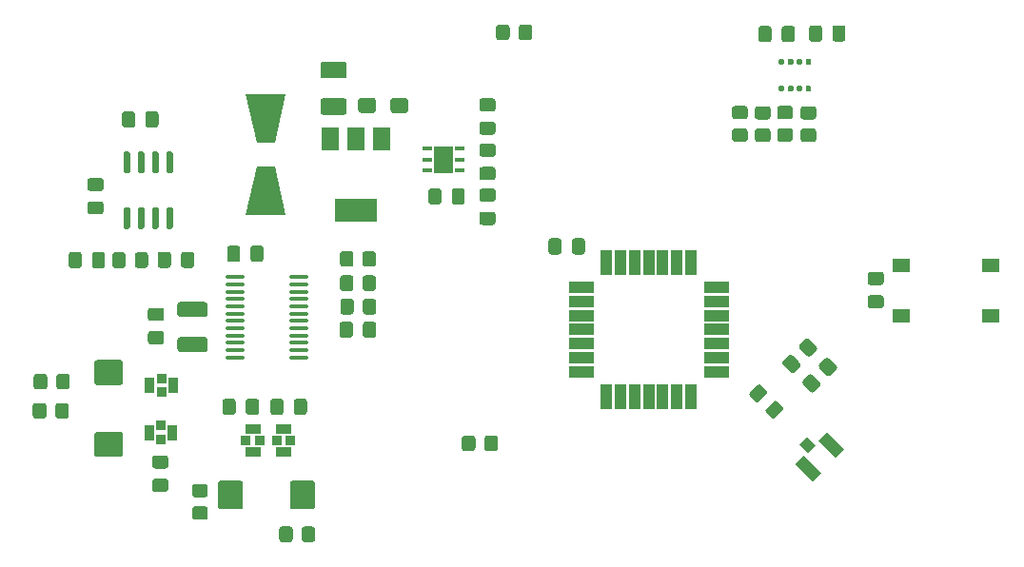
<source format=gbr>
%TF.GenerationSoftware,KiCad,Pcbnew,5.1.9+dfsg1-1*%
%TF.CreationDate,2022-01-11T16:25:16+01:00*%
%TF.ProjectId,wheather_board_v1 ,77686561-7468-4657-925f-626f6172645f,rev?*%
%TF.SameCoordinates,Original*%
%TF.FileFunction,Paste,Top*%
%TF.FilePolarity,Positive*%
%FSLAX46Y46*%
G04 Gerber Fmt 4.6, Leading zero omitted, Abs format (unit mm)*
G04 Created by KiCad (PCBNEW 5.1.9+dfsg1-1) date 2022-01-11 16:25:16*
%MOMM*%
%LPD*%
G01*
G04 APERTURE LIST*
%ADD10R,1.550000X1.300000*%
%ADD11R,1.752600X2.489200*%
%ADD12R,0.807999X0.407200*%
%ADD13R,3.800000X2.000000*%
%ADD14R,1.500000X2.000000*%
%ADD15C,0.100000*%
%ADD16R,0.812800X0.812800*%
%ADD17R,1.346200X0.863600*%
%ADD18R,0.863600X1.346200*%
%ADD19O,1.699999X0.349999*%
%ADD20R,2.300000X1.000000*%
%ADD21R,1.000000X2.300000*%
G04 APERTURE END LIST*
D10*
%TO.C,SW1*%
X190001800Y-93806400D03*
X190001800Y-89306400D03*
X182041800Y-89306400D03*
X182041800Y-93806400D03*
%TD*%
%TO.C,C25*%
G36*
G01*
X121227600Y-110778401D02*
X121227600Y-108728399D01*
G75*
G02*
X121477599Y-108478400I249999J0D01*
G01*
X123227601Y-108478400D01*
G75*
G02*
X123477600Y-108728399I0J-249999D01*
G01*
X123477600Y-110778401D01*
G75*
G02*
X123227601Y-111028400I-249999J0D01*
G01*
X121477599Y-111028400D01*
G75*
G02*
X121227600Y-110778401I0J249999D01*
G01*
G37*
G36*
G01*
X127627600Y-110778401D02*
X127627600Y-108728399D01*
G75*
G02*
X127877599Y-108478400I249999J0D01*
G01*
X129627601Y-108478400D01*
G75*
G02*
X129877600Y-108728399I0J-249999D01*
G01*
X129877600Y-110778401D01*
G75*
G02*
X129627601Y-111028400I-249999J0D01*
G01*
X127877599Y-111028400D01*
G75*
G02*
X127627600Y-110778401I0J249999D01*
G01*
G37*
%TD*%
%TO.C,C22*%
G36*
G01*
X110480999Y-104131800D02*
X112531001Y-104131800D01*
G75*
G02*
X112781000Y-104381799I0J-249999D01*
G01*
X112781000Y-106131801D01*
G75*
G02*
X112531001Y-106381800I-249999J0D01*
G01*
X110480999Y-106381800D01*
G75*
G02*
X110231000Y-106131801I0J249999D01*
G01*
X110231000Y-104381799D01*
G75*
G02*
X110480999Y-104131800I249999J0D01*
G01*
G37*
G36*
G01*
X110480999Y-97731800D02*
X112531001Y-97731800D01*
G75*
G02*
X112781000Y-97981799I0J-249999D01*
G01*
X112781000Y-99731801D01*
G75*
G02*
X112531001Y-99981800I-249999J0D01*
G01*
X110480999Y-99981800D01*
G75*
G02*
X110231000Y-99731801I0J249999D01*
G01*
X110231000Y-97981799D01*
G75*
G02*
X110480999Y-97731800I249999J0D01*
G01*
G37*
%TD*%
%TO.C,R14*%
G36*
G01*
X146142000Y-104705999D02*
X146142000Y-105606001D01*
G75*
G02*
X145892001Y-105856000I-249999J0D01*
G01*
X145191999Y-105856000D01*
G75*
G02*
X144942000Y-105606001I0J249999D01*
G01*
X144942000Y-104705999D01*
G75*
G02*
X145191999Y-104456000I249999J0D01*
G01*
X145892001Y-104456000D01*
G75*
G02*
X146142000Y-104705999I0J-249999D01*
G01*
G37*
G36*
G01*
X144142000Y-104705999D02*
X144142000Y-105606001D01*
G75*
G02*
X143892001Y-105856000I-249999J0D01*
G01*
X143191999Y-105856000D01*
G75*
G02*
X142942000Y-105606001I0J249999D01*
G01*
X142942000Y-104705999D01*
G75*
G02*
X143191999Y-104456000I249999J0D01*
G01*
X143892001Y-104456000D01*
G75*
G02*
X144142000Y-104705999I0J-249999D01*
G01*
G37*
%TD*%
D11*
%TO.C,U4*%
X141300200Y-79883000D03*
D12*
X142745600Y-78932999D03*
X142745600Y-79883000D03*
X142745600Y-80833001D03*
X139854800Y-80833001D03*
X139854800Y-79883000D03*
X139854800Y-78932999D03*
%TD*%
%TO.C,U5*%
G36*
G01*
X116791600Y-79176200D02*
X117091600Y-79176200D01*
G75*
G02*
X117241600Y-79326200I0J-150000D01*
G01*
X117241600Y-80976200D01*
G75*
G02*
X117091600Y-81126200I-150000J0D01*
G01*
X116791600Y-81126200D01*
G75*
G02*
X116641600Y-80976200I0J150000D01*
G01*
X116641600Y-79326200D01*
G75*
G02*
X116791600Y-79176200I150000J0D01*
G01*
G37*
G36*
G01*
X115521600Y-79176200D02*
X115821600Y-79176200D01*
G75*
G02*
X115971600Y-79326200I0J-150000D01*
G01*
X115971600Y-80976200D01*
G75*
G02*
X115821600Y-81126200I-150000J0D01*
G01*
X115521600Y-81126200D01*
G75*
G02*
X115371600Y-80976200I0J150000D01*
G01*
X115371600Y-79326200D01*
G75*
G02*
X115521600Y-79176200I150000J0D01*
G01*
G37*
G36*
G01*
X114251600Y-79176200D02*
X114551600Y-79176200D01*
G75*
G02*
X114701600Y-79326200I0J-150000D01*
G01*
X114701600Y-80976200D01*
G75*
G02*
X114551600Y-81126200I-150000J0D01*
G01*
X114251600Y-81126200D01*
G75*
G02*
X114101600Y-80976200I0J150000D01*
G01*
X114101600Y-79326200D01*
G75*
G02*
X114251600Y-79176200I150000J0D01*
G01*
G37*
G36*
G01*
X112981600Y-79176200D02*
X113281600Y-79176200D01*
G75*
G02*
X113431600Y-79326200I0J-150000D01*
G01*
X113431600Y-80976200D01*
G75*
G02*
X113281600Y-81126200I-150000J0D01*
G01*
X112981600Y-81126200D01*
G75*
G02*
X112831600Y-80976200I0J150000D01*
G01*
X112831600Y-79326200D01*
G75*
G02*
X112981600Y-79176200I150000J0D01*
G01*
G37*
G36*
G01*
X112981600Y-84126200D02*
X113281600Y-84126200D01*
G75*
G02*
X113431600Y-84276200I0J-150000D01*
G01*
X113431600Y-85926200D01*
G75*
G02*
X113281600Y-86076200I-150000J0D01*
G01*
X112981600Y-86076200D01*
G75*
G02*
X112831600Y-85926200I0J150000D01*
G01*
X112831600Y-84276200D01*
G75*
G02*
X112981600Y-84126200I150000J0D01*
G01*
G37*
G36*
G01*
X114251600Y-84126200D02*
X114551600Y-84126200D01*
G75*
G02*
X114701600Y-84276200I0J-150000D01*
G01*
X114701600Y-85926200D01*
G75*
G02*
X114551600Y-86076200I-150000J0D01*
G01*
X114251600Y-86076200D01*
G75*
G02*
X114101600Y-85926200I0J150000D01*
G01*
X114101600Y-84276200D01*
G75*
G02*
X114251600Y-84126200I150000J0D01*
G01*
G37*
G36*
G01*
X115521600Y-84126200D02*
X115821600Y-84126200D01*
G75*
G02*
X115971600Y-84276200I0J-150000D01*
G01*
X115971600Y-85926200D01*
G75*
G02*
X115821600Y-86076200I-150000J0D01*
G01*
X115521600Y-86076200D01*
G75*
G02*
X115371600Y-85926200I0J150000D01*
G01*
X115371600Y-84276200D01*
G75*
G02*
X115521600Y-84126200I150000J0D01*
G01*
G37*
G36*
G01*
X116791600Y-84126200D02*
X117091600Y-84126200D01*
G75*
G02*
X117241600Y-84276200I0J-150000D01*
G01*
X117241600Y-85926200D01*
G75*
G02*
X117091600Y-86076200I-150000J0D01*
G01*
X116791600Y-86076200D01*
G75*
G02*
X116641600Y-85926200I0J150000D01*
G01*
X116641600Y-84276200D01*
G75*
G02*
X116791600Y-84126200I150000J0D01*
G01*
G37*
%TD*%
%TO.C,U2*%
G36*
G01*
X174017600Y-73440000D02*
X174017600Y-73715000D01*
G75*
G02*
X173892600Y-73840000I-125000J0D01*
G01*
X173642600Y-73840000D01*
G75*
G02*
X173517600Y-73715000I0J125000D01*
G01*
X173517600Y-73440000D01*
G75*
G02*
X173642600Y-73315000I125000J0D01*
G01*
X173892600Y-73315000D01*
G75*
G02*
X174017600Y-73440000I0J-125000D01*
G01*
G37*
G36*
G01*
X173217600Y-73440000D02*
X173217600Y-73715000D01*
G75*
G02*
X173092600Y-73840000I-125000J0D01*
G01*
X172842600Y-73840000D01*
G75*
G02*
X172717600Y-73715000I0J125000D01*
G01*
X172717600Y-73440000D01*
G75*
G02*
X172842600Y-73315000I125000J0D01*
G01*
X173092600Y-73315000D01*
G75*
G02*
X173217600Y-73440000I0J-125000D01*
G01*
G37*
G36*
G01*
X172417600Y-73440000D02*
X172417600Y-73715000D01*
G75*
G02*
X172292600Y-73840000I-125000J0D01*
G01*
X172042600Y-73840000D01*
G75*
G02*
X171917600Y-73715000I0J125000D01*
G01*
X171917600Y-73440000D01*
G75*
G02*
X172042600Y-73315000I125000J0D01*
G01*
X172292600Y-73315000D01*
G75*
G02*
X172417600Y-73440000I0J-125000D01*
G01*
G37*
G36*
G01*
X171617600Y-73440000D02*
X171617600Y-73715000D01*
G75*
G02*
X171492600Y-73840000I-125000J0D01*
G01*
X171242600Y-73840000D01*
G75*
G02*
X171117600Y-73715000I0J125000D01*
G01*
X171117600Y-73440000D01*
G75*
G02*
X171242600Y-73315000I125000J0D01*
G01*
X171492600Y-73315000D01*
G75*
G02*
X171617600Y-73440000I0J-125000D01*
G01*
G37*
G36*
G01*
X171617600Y-71065000D02*
X171617600Y-71340000D01*
G75*
G02*
X171492600Y-71465000I-125000J0D01*
G01*
X171242600Y-71465000D01*
G75*
G02*
X171117600Y-71340000I0J125000D01*
G01*
X171117600Y-71065000D01*
G75*
G02*
X171242600Y-70940000I125000J0D01*
G01*
X171492600Y-70940000D01*
G75*
G02*
X171617600Y-71065000I0J-125000D01*
G01*
G37*
G36*
G01*
X172417600Y-71065000D02*
X172417600Y-71340000D01*
G75*
G02*
X172292600Y-71465000I-125000J0D01*
G01*
X172042600Y-71465000D01*
G75*
G02*
X171917600Y-71340000I0J125000D01*
G01*
X171917600Y-71065000D01*
G75*
G02*
X172042600Y-70940000I125000J0D01*
G01*
X172292600Y-70940000D01*
G75*
G02*
X172417600Y-71065000I0J-125000D01*
G01*
G37*
G36*
G01*
X173217600Y-71065000D02*
X173217600Y-71340000D01*
G75*
G02*
X173092600Y-71465000I-125000J0D01*
G01*
X172842600Y-71465000D01*
G75*
G02*
X172717600Y-71340000I0J125000D01*
G01*
X172717600Y-71065000D01*
G75*
G02*
X172842600Y-70940000I125000J0D01*
G01*
X173092600Y-70940000D01*
G75*
G02*
X173217600Y-71065000I0J-125000D01*
G01*
G37*
G36*
G01*
X174017600Y-71065000D02*
X174017600Y-71340000D01*
G75*
G02*
X173892600Y-71465000I-125000J0D01*
G01*
X173642600Y-71465000D01*
G75*
G02*
X173517600Y-71340000I0J125000D01*
G01*
X173517600Y-71065000D01*
G75*
G02*
X173642600Y-70940000I125000J0D01*
G01*
X173892600Y-70940000D01*
G75*
G02*
X174017600Y-71065000I0J-125000D01*
G01*
G37*
%TD*%
D13*
%TO.C,U1*%
X133527400Y-84390600D03*
D14*
X133527400Y-78090600D03*
X131227400Y-78090600D03*
X135827400Y-78090600D03*
%TD*%
%TO.C,R13*%
G36*
G01*
X147190000Y-68129999D02*
X147190000Y-69030001D01*
G75*
G02*
X146940001Y-69280000I-249999J0D01*
G01*
X146239999Y-69280000D01*
G75*
G02*
X145990000Y-69030001I0J249999D01*
G01*
X145990000Y-68129999D01*
G75*
G02*
X146239999Y-67880000I249999J0D01*
G01*
X146940001Y-67880000D01*
G75*
G02*
X147190000Y-68129999I0J-249999D01*
G01*
G37*
G36*
G01*
X149190000Y-68129999D02*
X149190000Y-69030001D01*
G75*
G02*
X148940001Y-69280000I-249999J0D01*
G01*
X148239999Y-69280000D01*
G75*
G02*
X147990000Y-69030001I0J249999D01*
G01*
X147990000Y-68129999D01*
G75*
G02*
X148239999Y-67880000I249999J0D01*
G01*
X148940001Y-67880000D01*
G75*
G02*
X149190000Y-68129999I0J-249999D01*
G01*
G37*
%TD*%
%TO.C,R12*%
G36*
G01*
X126686000Y-113708601D02*
X126686000Y-112808599D01*
G75*
G02*
X126935999Y-112558600I249999J0D01*
G01*
X127636001Y-112558600D01*
G75*
G02*
X127886000Y-112808599I0J-249999D01*
G01*
X127886000Y-113708601D01*
G75*
G02*
X127636001Y-113958600I-249999J0D01*
G01*
X126935999Y-113958600D01*
G75*
G02*
X126686000Y-113708601I0J249999D01*
G01*
G37*
G36*
G01*
X128686000Y-113708601D02*
X128686000Y-112808599D01*
G75*
G02*
X128935999Y-112558600I249999J0D01*
G01*
X129636001Y-112558600D01*
G75*
G02*
X129886000Y-112808599I0J-249999D01*
G01*
X129886000Y-113708601D01*
G75*
G02*
X129636001Y-113958600I-249999J0D01*
G01*
X128935999Y-113958600D01*
G75*
G02*
X128686000Y-113708601I0J249999D01*
G01*
G37*
%TD*%
%TO.C,R11*%
G36*
G01*
X120084001Y-111963000D02*
X119183999Y-111963000D01*
G75*
G02*
X118934000Y-111713001I0J249999D01*
G01*
X118934000Y-111012999D01*
G75*
G02*
X119183999Y-110763000I249999J0D01*
G01*
X120084001Y-110763000D01*
G75*
G02*
X120334000Y-111012999I0J-249999D01*
G01*
X120334000Y-111713001D01*
G75*
G02*
X120084001Y-111963000I-249999J0D01*
G01*
G37*
G36*
G01*
X120084001Y-109963000D02*
X119183999Y-109963000D01*
G75*
G02*
X118934000Y-109713001I0J249999D01*
G01*
X118934000Y-109012999D01*
G75*
G02*
X119183999Y-108763000I249999J0D01*
G01*
X120084001Y-108763000D01*
G75*
G02*
X120334000Y-109012999I0J-249999D01*
G01*
X120334000Y-109713001D01*
G75*
G02*
X120084001Y-109963000I-249999J0D01*
G01*
G37*
%TD*%
%TO.C,R10*%
G36*
G01*
X104765800Y-102710401D02*
X104765800Y-101810399D01*
G75*
G02*
X105015799Y-101560400I249999J0D01*
G01*
X105715801Y-101560400D01*
G75*
G02*
X105965800Y-101810399I0J-249999D01*
G01*
X105965800Y-102710401D01*
G75*
G02*
X105715801Y-102960400I-249999J0D01*
G01*
X105015799Y-102960400D01*
G75*
G02*
X104765800Y-102710401I0J249999D01*
G01*
G37*
G36*
G01*
X106765800Y-102710401D02*
X106765800Y-101810399D01*
G75*
G02*
X107015799Y-101560400I249999J0D01*
G01*
X107715801Y-101560400D01*
G75*
G02*
X107965800Y-101810399I0J-249999D01*
G01*
X107965800Y-102710401D01*
G75*
G02*
X107715801Y-102960400I-249999J0D01*
G01*
X107015799Y-102960400D01*
G75*
G02*
X106765800Y-102710401I0J249999D01*
G01*
G37*
%TD*%
%TO.C,R9*%
G36*
G01*
X106851400Y-100119601D02*
X106851400Y-99219599D01*
G75*
G02*
X107101399Y-98969600I249999J0D01*
G01*
X107801401Y-98969600D01*
G75*
G02*
X108051400Y-99219599I0J-249999D01*
G01*
X108051400Y-100119601D01*
G75*
G02*
X107801401Y-100369600I-249999J0D01*
G01*
X107101399Y-100369600D01*
G75*
G02*
X106851400Y-100119601I0J249999D01*
G01*
G37*
G36*
G01*
X104851400Y-100119601D02*
X104851400Y-99219599D01*
G75*
G02*
X105101399Y-98969600I249999J0D01*
G01*
X105801401Y-98969600D01*
G75*
G02*
X106051400Y-99219599I0J-249999D01*
G01*
X106051400Y-100119601D01*
G75*
G02*
X105801401Y-100369600I-249999J0D01*
G01*
X105101399Y-100369600D01*
G75*
G02*
X104851400Y-100119601I0J249999D01*
G01*
G37*
%TD*%
%TO.C,R8*%
G36*
G01*
X111827000Y-89299201D02*
X111827000Y-88399199D01*
G75*
G02*
X112076999Y-88149200I249999J0D01*
G01*
X112777001Y-88149200D01*
G75*
G02*
X113027000Y-88399199I0J-249999D01*
G01*
X113027000Y-89299201D01*
G75*
G02*
X112777001Y-89549200I-249999J0D01*
G01*
X112076999Y-89549200D01*
G75*
G02*
X111827000Y-89299201I0J249999D01*
G01*
G37*
G36*
G01*
X113827000Y-89299201D02*
X113827000Y-88399199D01*
G75*
G02*
X114076999Y-88149200I249999J0D01*
G01*
X114777001Y-88149200D01*
G75*
G02*
X115027000Y-88399199I0J-249999D01*
G01*
X115027000Y-89299201D01*
G75*
G02*
X114777001Y-89549200I-249999J0D01*
G01*
X114076999Y-89549200D01*
G75*
G02*
X113827000Y-89299201I0J249999D01*
G01*
G37*
%TD*%
%TO.C,R7*%
G36*
G01*
X135321600Y-92539399D02*
X135321600Y-93439401D01*
G75*
G02*
X135071601Y-93689400I-249999J0D01*
G01*
X134371599Y-93689400D01*
G75*
G02*
X134121600Y-93439401I0J249999D01*
G01*
X134121600Y-92539399D01*
G75*
G02*
X134371599Y-92289400I249999J0D01*
G01*
X135071601Y-92289400D01*
G75*
G02*
X135321600Y-92539399I0J-249999D01*
G01*
G37*
G36*
G01*
X133321600Y-92539399D02*
X133321600Y-93439401D01*
G75*
G02*
X133071601Y-93689400I-249999J0D01*
G01*
X132371599Y-93689400D01*
G75*
G02*
X132121600Y-93439401I0J249999D01*
G01*
X132121600Y-92539399D01*
G75*
G02*
X132371599Y-92289400I249999J0D01*
G01*
X133071601Y-92289400D01*
G75*
G02*
X133321600Y-92539399I0J-249999D01*
G01*
G37*
%TD*%
%TO.C,R6*%
G36*
G01*
X133296200Y-90456599D02*
X133296200Y-91356601D01*
G75*
G02*
X133046201Y-91606600I-249999J0D01*
G01*
X132346199Y-91606600D01*
G75*
G02*
X132096200Y-91356601I0J249999D01*
G01*
X132096200Y-90456599D01*
G75*
G02*
X132346199Y-90206600I249999J0D01*
G01*
X133046201Y-90206600D01*
G75*
G02*
X133296200Y-90456599I0J-249999D01*
G01*
G37*
G36*
G01*
X135296200Y-90456599D02*
X135296200Y-91356601D01*
G75*
G02*
X135046201Y-91606600I-249999J0D01*
G01*
X134346199Y-91606600D01*
G75*
G02*
X134096200Y-91356601I0J249999D01*
G01*
X134096200Y-90456599D01*
G75*
G02*
X134346199Y-90206600I249999J0D01*
G01*
X135046201Y-90206600D01*
G75*
G02*
X135296200Y-90456599I0J-249999D01*
G01*
G37*
%TD*%
%TO.C,R5*%
G36*
G01*
X135296200Y-88297599D02*
X135296200Y-89197601D01*
G75*
G02*
X135046201Y-89447600I-249999J0D01*
G01*
X134346199Y-89447600D01*
G75*
G02*
X134096200Y-89197601I0J249999D01*
G01*
X134096200Y-88297599D01*
G75*
G02*
X134346199Y-88047600I249999J0D01*
G01*
X135046201Y-88047600D01*
G75*
G02*
X135296200Y-88297599I0J-249999D01*
G01*
G37*
G36*
G01*
X133296200Y-88297599D02*
X133296200Y-89197601D01*
G75*
G02*
X133046201Y-89447600I-249999J0D01*
G01*
X132346199Y-89447600D01*
G75*
G02*
X132096200Y-89197601I0J249999D01*
G01*
X132096200Y-88297599D01*
G75*
G02*
X132346199Y-88047600I249999J0D01*
G01*
X133046201Y-88047600D01*
G75*
G02*
X133296200Y-88297599I0J-249999D01*
G01*
G37*
%TD*%
%TO.C,R4*%
G36*
G01*
X174211401Y-78342800D02*
X173311399Y-78342800D01*
G75*
G02*
X173061400Y-78092801I0J249999D01*
G01*
X173061400Y-77392799D01*
G75*
G02*
X173311399Y-77142800I249999J0D01*
G01*
X174211401Y-77142800D01*
G75*
G02*
X174461400Y-77392799I0J-249999D01*
G01*
X174461400Y-78092801D01*
G75*
G02*
X174211401Y-78342800I-249999J0D01*
G01*
G37*
G36*
G01*
X174211401Y-76342800D02*
X173311399Y-76342800D01*
G75*
G02*
X173061400Y-76092801I0J249999D01*
G01*
X173061400Y-75392799D01*
G75*
G02*
X173311399Y-75142800I249999J0D01*
G01*
X174211401Y-75142800D01*
G75*
G02*
X174461400Y-75392799I0J-249999D01*
G01*
X174461400Y-76092801D01*
G75*
G02*
X174211401Y-76342800I-249999J0D01*
G01*
G37*
%TD*%
%TO.C,R3*%
G36*
G01*
X172128601Y-76317400D02*
X171228599Y-76317400D01*
G75*
G02*
X170978600Y-76067401I0J249999D01*
G01*
X170978600Y-75367399D01*
G75*
G02*
X171228599Y-75117400I249999J0D01*
G01*
X172128601Y-75117400D01*
G75*
G02*
X172378600Y-75367399I0J-249999D01*
G01*
X172378600Y-76067401D01*
G75*
G02*
X172128601Y-76317400I-249999J0D01*
G01*
G37*
G36*
G01*
X172128601Y-78317400D02*
X171228599Y-78317400D01*
G75*
G02*
X170978600Y-78067401I0J249999D01*
G01*
X170978600Y-77367399D01*
G75*
G02*
X171228599Y-77117400I249999J0D01*
G01*
X172128601Y-77117400D01*
G75*
G02*
X172378600Y-77367399I0J-249999D01*
G01*
X172378600Y-78067401D01*
G75*
G02*
X172128601Y-78317400I-249999J0D01*
G01*
G37*
%TD*%
%TO.C,R2*%
G36*
G01*
X170147401Y-76342800D02*
X169247399Y-76342800D01*
G75*
G02*
X168997400Y-76092801I0J249999D01*
G01*
X168997400Y-75392799D01*
G75*
G02*
X169247399Y-75142800I249999J0D01*
G01*
X170147401Y-75142800D01*
G75*
G02*
X170397400Y-75392799I0J-249999D01*
G01*
X170397400Y-76092801D01*
G75*
G02*
X170147401Y-76342800I-249999J0D01*
G01*
G37*
G36*
G01*
X170147401Y-78342800D02*
X169247399Y-78342800D01*
G75*
G02*
X168997400Y-78092801I0J249999D01*
G01*
X168997400Y-77392799D01*
G75*
G02*
X169247399Y-77142800I249999J0D01*
G01*
X170147401Y-77142800D01*
G75*
G02*
X170397400Y-77392799I0J-249999D01*
G01*
X170397400Y-78092801D01*
G75*
G02*
X170147401Y-78342800I-249999J0D01*
G01*
G37*
%TD*%
%TO.C,R1*%
G36*
G01*
X168115401Y-76324000D02*
X167215399Y-76324000D01*
G75*
G02*
X166965400Y-76074001I0J249999D01*
G01*
X166965400Y-75373999D01*
G75*
G02*
X167215399Y-75124000I249999J0D01*
G01*
X168115401Y-75124000D01*
G75*
G02*
X168365400Y-75373999I0J-249999D01*
G01*
X168365400Y-76074001D01*
G75*
G02*
X168115401Y-76324000I-249999J0D01*
G01*
G37*
G36*
G01*
X168115401Y-78324000D02*
X167215399Y-78324000D01*
G75*
G02*
X166965400Y-78074001I0J249999D01*
G01*
X166965400Y-77373999D01*
G75*
G02*
X167215399Y-77124000I249999J0D01*
G01*
X168115401Y-77124000D01*
G75*
G02*
X168365400Y-77373999I0J-249999D01*
G01*
X168365400Y-78074001D01*
G75*
G02*
X168115401Y-78324000I-249999J0D01*
G01*
G37*
%TD*%
%TO.C,L1*%
G36*
G01*
X168564447Y-100620844D02*
X169200844Y-99984447D01*
G75*
G02*
X169554396Y-99984447I176776J-176776D01*
G01*
X170014017Y-100444068D01*
G75*
G02*
X170014017Y-100797620I-176776J-176776D01*
G01*
X169377620Y-101434017D01*
G75*
G02*
X169024068Y-101434017I-176776J176776D01*
G01*
X168564447Y-100974396D01*
G75*
G02*
X168564447Y-100620844I176776J176776D01*
G01*
G37*
G36*
G01*
X170014015Y-102070412D02*
X170650412Y-101434015D01*
G75*
G02*
X171003964Y-101434015I176776J-176776D01*
G01*
X171463585Y-101893636D01*
G75*
G02*
X171463585Y-102247188I-176776J-176776D01*
G01*
X170827188Y-102883585D01*
G75*
G02*
X170473636Y-102883585I-176776J176776D01*
G01*
X170014015Y-102423964D01*
G75*
G02*
X170014015Y-102070412I176776J176776D01*
G01*
G37*
%TD*%
D15*
%TO.C,J9*%
G36*
X172583786Y-106991872D02*
G01*
X173326249Y-106249409D01*
X174881884Y-107805044D01*
X174139421Y-108547507D01*
X172583786Y-106991872D01*
G37*
G36*
X172972696Y-105259460D02*
G01*
X173679802Y-104552354D01*
X174422264Y-105294816D01*
X173715158Y-106001922D01*
X172972696Y-105259460D01*
G37*
G36*
X174669751Y-104905907D02*
G01*
X175412214Y-104163444D01*
X176967849Y-105719079D01*
X176225386Y-106461542D01*
X174669751Y-104905907D01*
G37*
%TD*%
%TO.C,D1*%
G36*
X127276000Y-84800800D02*
G01*
X123676000Y-84800800D01*
X124676000Y-80500800D01*
X126276000Y-80500800D01*
X127276000Y-84800800D01*
G37*
G36*
X123676000Y-74100800D02*
G01*
X127276000Y-74100800D01*
X126276000Y-78400800D01*
X124676000Y-78400800D01*
X123676000Y-74100800D01*
G37*
%TD*%
%TO.C,C29*%
G36*
G01*
X173961250Y-100573301D02*
X173289499Y-99901550D01*
G75*
G02*
X173289499Y-99547996I176777J176777D01*
G01*
X173766796Y-99070699D01*
G75*
G02*
X174120350Y-99070699I176777J-176777D01*
G01*
X174792101Y-99742450D01*
G75*
G02*
X174792101Y-100096004I-176777J-176777D01*
G01*
X174314804Y-100573301D01*
G75*
G02*
X173961250Y-100573301I-176777J176777D01*
G01*
G37*
G36*
G01*
X175428496Y-99106055D02*
X174756745Y-98434304D01*
G75*
G02*
X174756745Y-98080750I176777J176777D01*
G01*
X175234042Y-97603453D01*
G75*
G02*
X175587596Y-97603453I176777J-176777D01*
G01*
X176259347Y-98275204D01*
G75*
G02*
X176259347Y-98628758I-176777J-176777D01*
G01*
X175782050Y-99106055D01*
G75*
G02*
X175428496Y-99106055I-176777J176777D01*
G01*
G37*
%TD*%
%TO.C,C28*%
G36*
G01*
X179280800Y-91966200D02*
X180230800Y-91966200D01*
G75*
G02*
X180480800Y-92216200I0J-250000D01*
G01*
X180480800Y-92891200D01*
G75*
G02*
X180230800Y-93141200I-250000J0D01*
G01*
X179280800Y-93141200D01*
G75*
G02*
X179030800Y-92891200I0J250000D01*
G01*
X179030800Y-92216200D01*
G75*
G02*
X179280800Y-91966200I250000J0D01*
G01*
G37*
G36*
G01*
X179280800Y-89891200D02*
X180230800Y-89891200D01*
G75*
G02*
X180480800Y-90141200I0J-250000D01*
G01*
X180480800Y-90816200D01*
G75*
G02*
X180230800Y-91066200I-250000J0D01*
G01*
X179280800Y-91066200D01*
G75*
G02*
X179030800Y-90816200I0J250000D01*
G01*
X179030800Y-90141200D01*
G75*
G02*
X179280800Y-89891200I250000J0D01*
G01*
G37*
%TD*%
%TO.C,C27*%
G36*
G01*
X172189204Y-98840147D02*
X171517453Y-98168396D01*
G75*
G02*
X171517453Y-97814842I176777J176777D01*
G01*
X171994750Y-97337545D01*
G75*
G02*
X172348304Y-97337545I176777J-176777D01*
G01*
X173020055Y-98009296D01*
G75*
G02*
X173020055Y-98362850I-176777J-176777D01*
G01*
X172542758Y-98840147D01*
G75*
G02*
X172189204Y-98840147I-176777J176777D01*
G01*
G37*
G36*
G01*
X173656450Y-97372901D02*
X172984699Y-96701150D01*
G75*
G02*
X172984699Y-96347596I176777J176777D01*
G01*
X173461996Y-95870299D01*
G75*
G02*
X173815550Y-95870299I176777J-176777D01*
G01*
X174487301Y-96542050D01*
G75*
G02*
X174487301Y-96895604I-176777J-176777D01*
G01*
X174010004Y-97372901D01*
G75*
G02*
X173656450Y-97372901I-176777J176777D01*
G01*
G37*
%TD*%
%TO.C,C26*%
G36*
G01*
X153894100Y-87155000D02*
X153894100Y-88105000D01*
G75*
G02*
X153644100Y-88355000I-250000J0D01*
G01*
X152969100Y-88355000D01*
G75*
G02*
X152719100Y-88105000I0J250000D01*
G01*
X152719100Y-87155000D01*
G75*
G02*
X152969100Y-86905000I250000J0D01*
G01*
X153644100Y-86905000D01*
G75*
G02*
X153894100Y-87155000I0J-250000D01*
G01*
G37*
G36*
G01*
X151819100Y-87155000D02*
X151819100Y-88105000D01*
G75*
G02*
X151569100Y-88355000I-250000J0D01*
G01*
X150894100Y-88355000D01*
G75*
G02*
X150644100Y-88105000I0J250000D01*
G01*
X150644100Y-87155000D01*
G75*
G02*
X150894100Y-86905000I250000J0D01*
G01*
X151569100Y-86905000D01*
G75*
G02*
X151819100Y-87155000I0J-250000D01*
G01*
G37*
%TD*%
%TO.C,C24*%
G36*
G01*
X115871500Y-89298800D02*
X115871500Y-88348800D01*
G75*
G02*
X116121500Y-88098800I250000J0D01*
G01*
X116796500Y-88098800D01*
G75*
G02*
X117046500Y-88348800I0J-250000D01*
G01*
X117046500Y-89298800D01*
G75*
G02*
X116796500Y-89548800I-250000J0D01*
G01*
X116121500Y-89548800D01*
G75*
G02*
X115871500Y-89298800I0J250000D01*
G01*
G37*
G36*
G01*
X117946500Y-89298800D02*
X117946500Y-88348800D01*
G75*
G02*
X118196500Y-88098800I250000J0D01*
G01*
X118871500Y-88098800D01*
G75*
G02*
X119121500Y-88348800I0J-250000D01*
G01*
X119121500Y-89298800D01*
G75*
G02*
X118871500Y-89548800I-250000J0D01*
G01*
X118196500Y-89548800D01*
G75*
G02*
X117946500Y-89298800I0J250000D01*
G01*
G37*
%TD*%
%TO.C,C23*%
G36*
G01*
X109125600Y-88374200D02*
X109125600Y-89324200D01*
G75*
G02*
X108875600Y-89574200I-250000J0D01*
G01*
X108200600Y-89574200D01*
G75*
G02*
X107950600Y-89324200I0J250000D01*
G01*
X107950600Y-88374200D01*
G75*
G02*
X108200600Y-88124200I250000J0D01*
G01*
X108875600Y-88124200D01*
G75*
G02*
X109125600Y-88374200I0J-250000D01*
G01*
G37*
G36*
G01*
X111200600Y-88374200D02*
X111200600Y-89324200D01*
G75*
G02*
X110950600Y-89574200I-250000J0D01*
G01*
X110275600Y-89574200D01*
G75*
G02*
X110025600Y-89324200I0J250000D01*
G01*
X110025600Y-88374200D01*
G75*
G02*
X110275600Y-88124200I250000J0D01*
G01*
X110950600Y-88124200D01*
G75*
G02*
X111200600Y-88374200I0J-250000D01*
G01*
G37*
%TD*%
%TO.C,C21*%
G36*
G01*
X110812600Y-84788500D02*
X109862600Y-84788500D01*
G75*
G02*
X109612600Y-84538500I0J250000D01*
G01*
X109612600Y-83863500D01*
G75*
G02*
X109862600Y-83613500I250000J0D01*
G01*
X110812600Y-83613500D01*
G75*
G02*
X111062600Y-83863500I0J-250000D01*
G01*
X111062600Y-84538500D01*
G75*
G02*
X110812600Y-84788500I-250000J0D01*
G01*
G37*
G36*
G01*
X110812600Y-82713500D02*
X109862600Y-82713500D01*
G75*
G02*
X109612600Y-82463500I0J250000D01*
G01*
X109612600Y-81788500D01*
G75*
G02*
X109862600Y-81538500I250000J0D01*
G01*
X110812600Y-81538500D01*
G75*
G02*
X111062600Y-81788500I0J-250000D01*
G01*
X111062600Y-82463500D01*
G75*
G02*
X110812600Y-82713500I-250000J0D01*
G01*
G37*
%TD*%
D16*
%TO.C,C20*%
X127698500Y-104889300D03*
X126453900Y-104889300D03*
D17*
X127076200Y-103860600D03*
X127076200Y-105918000D03*
%TD*%
%TO.C,C19*%
X124345700Y-103847900D03*
X124345700Y-105905300D03*
D16*
X124968000Y-104876600D03*
X123723400Y-104876600D03*
%TD*%
D18*
%TO.C,C18*%
X115100100Y-104203500D03*
X117157500Y-104203500D03*
D16*
X116128800Y-103581200D03*
X116128800Y-104825800D03*
%TD*%
%TO.C,C17*%
X116205000Y-99377500D03*
X116205000Y-100622100D03*
D18*
X115176300Y-99999800D03*
X117233700Y-99999800D03*
%TD*%
%TO.C,C16*%
G36*
G01*
X125904500Y-102379800D02*
X125904500Y-101429800D01*
G75*
G02*
X126154500Y-101179800I250000J0D01*
G01*
X126829500Y-101179800D01*
G75*
G02*
X127079500Y-101429800I0J-250000D01*
G01*
X127079500Y-102379800D01*
G75*
G02*
X126829500Y-102629800I-250000J0D01*
G01*
X126154500Y-102629800D01*
G75*
G02*
X125904500Y-102379800I0J250000D01*
G01*
G37*
G36*
G01*
X127979500Y-102379800D02*
X127979500Y-101429800D01*
G75*
G02*
X128229500Y-101179800I250000J0D01*
G01*
X128904500Y-101179800D01*
G75*
G02*
X129154500Y-101429800I0J-250000D01*
G01*
X129154500Y-102379800D01*
G75*
G02*
X128904500Y-102629800I-250000J0D01*
G01*
X128229500Y-102629800D01*
G75*
G02*
X127979500Y-102379800I0J250000D01*
G01*
G37*
%TD*%
%TO.C,C15*%
G36*
G01*
X123712300Y-102379800D02*
X123712300Y-101429800D01*
G75*
G02*
X123962300Y-101179800I250000J0D01*
G01*
X124637300Y-101179800D01*
G75*
G02*
X124887300Y-101429800I0J-250000D01*
G01*
X124887300Y-102379800D01*
G75*
G02*
X124637300Y-102629800I-250000J0D01*
G01*
X123962300Y-102629800D01*
G75*
G02*
X123712300Y-102379800I0J250000D01*
G01*
G37*
G36*
G01*
X121637300Y-102379800D02*
X121637300Y-101429800D01*
G75*
G02*
X121887300Y-101179800I250000J0D01*
G01*
X122562300Y-101179800D01*
G75*
G02*
X122812300Y-101429800I0J-250000D01*
G01*
X122812300Y-102379800D01*
G75*
G02*
X122562300Y-102629800I-250000J0D01*
G01*
X121887300Y-102629800D01*
G75*
G02*
X121637300Y-102379800I0J250000D01*
G01*
G37*
%TD*%
%TO.C,C14*%
G36*
G01*
X113875400Y-75852000D02*
X113875400Y-76802000D01*
G75*
G02*
X113625400Y-77052000I-250000J0D01*
G01*
X112950400Y-77052000D01*
G75*
G02*
X112700400Y-76802000I0J250000D01*
G01*
X112700400Y-75852000D01*
G75*
G02*
X112950400Y-75602000I250000J0D01*
G01*
X113625400Y-75602000D01*
G75*
G02*
X113875400Y-75852000I0J-250000D01*
G01*
G37*
G36*
G01*
X115950400Y-75852000D02*
X115950400Y-76802000D01*
G75*
G02*
X115700400Y-77052000I-250000J0D01*
G01*
X115025400Y-77052000D01*
G75*
G02*
X114775400Y-76802000I0J250000D01*
G01*
X114775400Y-75852000D01*
G75*
G02*
X115025400Y-75602000I250000J0D01*
G01*
X115700400Y-75602000D01*
G75*
G02*
X115950400Y-75852000I0J-250000D01*
G01*
G37*
%TD*%
%TO.C,C13*%
G36*
G01*
X115628400Y-108302300D02*
X116578400Y-108302300D01*
G75*
G02*
X116828400Y-108552300I0J-250000D01*
G01*
X116828400Y-109227300D01*
G75*
G02*
X116578400Y-109477300I-250000J0D01*
G01*
X115628400Y-109477300D01*
G75*
G02*
X115378400Y-109227300I0J250000D01*
G01*
X115378400Y-108552300D01*
G75*
G02*
X115628400Y-108302300I250000J0D01*
G01*
G37*
G36*
G01*
X115628400Y-106227300D02*
X116578400Y-106227300D01*
G75*
G02*
X116828400Y-106477300I0J-250000D01*
G01*
X116828400Y-107152300D01*
G75*
G02*
X116578400Y-107402300I-250000J0D01*
G01*
X115628400Y-107402300D01*
G75*
G02*
X115378400Y-107152300I0J250000D01*
G01*
X115378400Y-106477300D01*
G75*
G02*
X115628400Y-106227300I250000J0D01*
G01*
G37*
%TD*%
%TO.C,C12*%
G36*
G01*
X115247400Y-95170500D02*
X116197400Y-95170500D01*
G75*
G02*
X116447400Y-95420500I0J-250000D01*
G01*
X116447400Y-96095500D01*
G75*
G02*
X116197400Y-96345500I-250000J0D01*
G01*
X115247400Y-96345500D01*
G75*
G02*
X114997400Y-96095500I0J250000D01*
G01*
X114997400Y-95420500D01*
G75*
G02*
X115247400Y-95170500I250000J0D01*
G01*
G37*
G36*
G01*
X115247400Y-93095500D02*
X116197400Y-93095500D01*
G75*
G02*
X116447400Y-93345500I0J-250000D01*
G01*
X116447400Y-94020500D01*
G75*
G02*
X116197400Y-94270500I-250000J0D01*
G01*
X115247400Y-94270500D01*
G75*
G02*
X114997400Y-94020500I0J250000D01*
G01*
X114997400Y-93345500D01*
G75*
G02*
X115247400Y-93095500I250000J0D01*
G01*
G37*
%TD*%
%TO.C,C11*%
G36*
G01*
X144736800Y-84549400D02*
X145686800Y-84549400D01*
G75*
G02*
X145936800Y-84799400I0J-250000D01*
G01*
X145936800Y-85474400D01*
G75*
G02*
X145686800Y-85724400I-250000J0D01*
G01*
X144736800Y-85724400D01*
G75*
G02*
X144486800Y-85474400I0J250000D01*
G01*
X144486800Y-84799400D01*
G75*
G02*
X144736800Y-84549400I250000J0D01*
G01*
G37*
G36*
G01*
X144736800Y-82474400D02*
X145686800Y-82474400D01*
G75*
G02*
X145936800Y-82724400I0J-250000D01*
G01*
X145936800Y-83399400D01*
G75*
G02*
X145686800Y-83649400I-250000J0D01*
G01*
X144736800Y-83649400D01*
G75*
G02*
X144486800Y-83399400I0J250000D01*
G01*
X144486800Y-82724400D01*
G75*
G02*
X144736800Y-82474400I250000J0D01*
G01*
G37*
%TD*%
%TO.C,C10*%
G36*
G01*
X143204600Y-82710000D02*
X143204600Y-83660000D01*
G75*
G02*
X142954600Y-83910000I-250000J0D01*
G01*
X142279600Y-83910000D01*
G75*
G02*
X142029600Y-83660000I0J250000D01*
G01*
X142029600Y-82710000D01*
G75*
G02*
X142279600Y-82460000I250000J0D01*
G01*
X142954600Y-82460000D01*
G75*
G02*
X143204600Y-82710000I0J-250000D01*
G01*
G37*
G36*
G01*
X141129600Y-82710000D02*
X141129600Y-83660000D01*
G75*
G02*
X140879600Y-83910000I-250000J0D01*
G01*
X140204600Y-83910000D01*
G75*
G02*
X139954600Y-83660000I0J250000D01*
G01*
X139954600Y-82710000D01*
G75*
G02*
X140204600Y-82460000I250000J0D01*
G01*
X140879600Y-82460000D01*
G75*
G02*
X141129600Y-82710000I0J-250000D01*
G01*
G37*
%TD*%
%TO.C,C9*%
G36*
G01*
X144736800Y-76526900D02*
X145686800Y-76526900D01*
G75*
G02*
X145936800Y-76776900I0J-250000D01*
G01*
X145936800Y-77451900D01*
G75*
G02*
X145686800Y-77701900I-250000J0D01*
G01*
X144736800Y-77701900D01*
G75*
G02*
X144486800Y-77451900I0J250000D01*
G01*
X144486800Y-76776900D01*
G75*
G02*
X144736800Y-76526900I250000J0D01*
G01*
G37*
G36*
G01*
X144736800Y-74451900D02*
X145686800Y-74451900D01*
G75*
G02*
X145936800Y-74701900I0J-250000D01*
G01*
X145936800Y-75376900D01*
G75*
G02*
X145686800Y-75626900I-250000J0D01*
G01*
X144736800Y-75626900D01*
G75*
G02*
X144486800Y-75376900I0J250000D01*
G01*
X144486800Y-74701900D01*
G75*
G02*
X144736800Y-74451900I250000J0D01*
G01*
G37*
%TD*%
%TO.C,C8*%
G36*
G01*
X145686800Y-81732700D02*
X144736800Y-81732700D01*
G75*
G02*
X144486800Y-81482700I0J250000D01*
G01*
X144486800Y-80807700D01*
G75*
G02*
X144736800Y-80557700I250000J0D01*
G01*
X145686800Y-80557700D01*
G75*
G02*
X145936800Y-80807700I0J-250000D01*
G01*
X145936800Y-81482700D01*
G75*
G02*
X145686800Y-81732700I-250000J0D01*
G01*
G37*
G36*
G01*
X145686800Y-79657700D02*
X144736800Y-79657700D01*
G75*
G02*
X144486800Y-79407700I0J250000D01*
G01*
X144486800Y-78732700D01*
G75*
G02*
X144736800Y-78482700I250000J0D01*
G01*
X145686800Y-78482700D01*
G75*
G02*
X145936800Y-78732700I0J-250000D01*
G01*
X145936800Y-79407700D01*
G75*
G02*
X145686800Y-79657700I-250000J0D01*
G01*
G37*
%TD*%
%TO.C,C7*%
G36*
G01*
X125293700Y-87815400D02*
X125293700Y-88765400D01*
G75*
G02*
X125043700Y-89015400I-250000J0D01*
G01*
X124368700Y-89015400D01*
G75*
G02*
X124118700Y-88765400I0J250000D01*
G01*
X124118700Y-87815400D01*
G75*
G02*
X124368700Y-87565400I250000J0D01*
G01*
X125043700Y-87565400D01*
G75*
G02*
X125293700Y-87815400I0J-250000D01*
G01*
G37*
G36*
G01*
X123218700Y-87815400D02*
X123218700Y-88765400D01*
G75*
G02*
X122968700Y-89015400I-250000J0D01*
G01*
X122293700Y-89015400D01*
G75*
G02*
X122043700Y-88765400I0J250000D01*
G01*
X122043700Y-87815400D01*
G75*
G02*
X122293700Y-87565400I250000J0D01*
G01*
X122968700Y-87565400D01*
G75*
G02*
X123218700Y-87815400I0J-250000D01*
G01*
G37*
%TD*%
%TO.C,C6*%
G36*
G01*
X170492000Y-68257400D02*
X170492000Y-69207400D01*
G75*
G02*
X170242000Y-69457400I-250000J0D01*
G01*
X169567000Y-69457400D01*
G75*
G02*
X169317000Y-69207400I0J250000D01*
G01*
X169317000Y-68257400D01*
G75*
G02*
X169567000Y-68007400I250000J0D01*
G01*
X170242000Y-68007400D01*
G75*
G02*
X170492000Y-68257400I0J-250000D01*
G01*
G37*
G36*
G01*
X172567000Y-68257400D02*
X172567000Y-69207400D01*
G75*
G02*
X172317000Y-69457400I-250000J0D01*
G01*
X171642000Y-69457400D01*
G75*
G02*
X171392000Y-69207400I0J250000D01*
G01*
X171392000Y-68257400D01*
G75*
G02*
X171642000Y-68007400I250000J0D01*
G01*
X172317000Y-68007400D01*
G75*
G02*
X172567000Y-68257400I0J-250000D01*
G01*
G37*
%TD*%
%TO.C,C5*%
G36*
G01*
X133705500Y-75507401D02*
X133705500Y-74657399D01*
G75*
G02*
X133955499Y-74407400I249999J0D01*
G01*
X135030501Y-74407400D01*
G75*
G02*
X135280500Y-74657399I0J-249999D01*
G01*
X135280500Y-75507401D01*
G75*
G02*
X135030501Y-75757400I-249999J0D01*
G01*
X133955499Y-75757400D01*
G75*
G02*
X133705500Y-75507401I0J249999D01*
G01*
G37*
G36*
G01*
X136580500Y-75507401D02*
X136580500Y-74657399D01*
G75*
G02*
X136830499Y-74407400I249999J0D01*
G01*
X137905501Y-74407400D01*
G75*
G02*
X138155500Y-74657399I0J-249999D01*
G01*
X138155500Y-75507401D01*
G75*
G02*
X137905501Y-75757400I-249999J0D01*
G01*
X136830499Y-75757400D01*
G75*
G02*
X136580500Y-75507401I0J249999D01*
G01*
G37*
%TD*%
%TO.C,C4*%
G36*
G01*
X173816700Y-69156600D02*
X173816700Y-68206600D01*
G75*
G02*
X174066700Y-67956600I250000J0D01*
G01*
X174741700Y-67956600D01*
G75*
G02*
X174991700Y-68206600I0J-250000D01*
G01*
X174991700Y-69156600D01*
G75*
G02*
X174741700Y-69406600I-250000J0D01*
G01*
X174066700Y-69406600D01*
G75*
G02*
X173816700Y-69156600I0J250000D01*
G01*
G37*
G36*
G01*
X175891700Y-69156600D02*
X175891700Y-68206600D01*
G75*
G02*
X176141700Y-67956600I250000J0D01*
G01*
X176816700Y-67956600D01*
G75*
G02*
X177066700Y-68206600I0J-250000D01*
G01*
X177066700Y-69156600D01*
G75*
G02*
X176816700Y-69406600I-250000J0D01*
G01*
X176141700Y-69406600D01*
G75*
G02*
X175891700Y-69156600I0J250000D01*
G01*
G37*
%TD*%
%TO.C,C3*%
G36*
G01*
X132059100Y-95521800D02*
X132059100Y-94571800D01*
G75*
G02*
X132309100Y-94321800I250000J0D01*
G01*
X132984100Y-94321800D01*
G75*
G02*
X133234100Y-94571800I0J-250000D01*
G01*
X133234100Y-95521800D01*
G75*
G02*
X132984100Y-95771800I-250000J0D01*
G01*
X132309100Y-95771800D01*
G75*
G02*
X132059100Y-95521800I0J250000D01*
G01*
G37*
G36*
G01*
X134134100Y-95521800D02*
X134134100Y-94571800D01*
G75*
G02*
X134384100Y-94321800I250000J0D01*
G01*
X135059100Y-94321800D01*
G75*
G02*
X135309100Y-94571800I0J-250000D01*
G01*
X135309100Y-95521800D01*
G75*
G02*
X135059100Y-95771800I-250000J0D01*
G01*
X134384100Y-95771800D01*
G75*
G02*
X134134100Y-95521800I0J250000D01*
G01*
G37*
%TD*%
%TO.C,C2*%
G36*
G01*
X117873599Y-92580100D02*
X120073601Y-92580100D01*
G75*
G02*
X120323600Y-92830099I0J-249999D01*
G01*
X120323600Y-93655101D01*
G75*
G02*
X120073601Y-93905100I-249999J0D01*
G01*
X117873599Y-93905100D01*
G75*
G02*
X117623600Y-93655101I0J249999D01*
G01*
X117623600Y-92830099D01*
G75*
G02*
X117873599Y-92580100I249999J0D01*
G01*
G37*
G36*
G01*
X117873599Y-95705100D02*
X120073601Y-95705100D01*
G75*
G02*
X120323600Y-95955099I0J-249999D01*
G01*
X120323600Y-96780101D01*
G75*
G02*
X120073601Y-97030100I-249999J0D01*
G01*
X117873599Y-97030100D01*
G75*
G02*
X117623600Y-96780101I0J249999D01*
G01*
X117623600Y-95955099D01*
G75*
G02*
X117873599Y-95705100I249999J0D01*
G01*
G37*
%TD*%
%TO.C,C1*%
G36*
G01*
X132446200Y-75933400D02*
X130596200Y-75933400D01*
G75*
G02*
X130346200Y-75683400I0J250000D01*
G01*
X130346200Y-74683400D01*
G75*
G02*
X130596200Y-74433400I250000J0D01*
G01*
X132446200Y-74433400D01*
G75*
G02*
X132696200Y-74683400I0J-250000D01*
G01*
X132696200Y-75683400D01*
G75*
G02*
X132446200Y-75933400I-250000J0D01*
G01*
G37*
G36*
G01*
X132446200Y-72683400D02*
X130596200Y-72683400D01*
G75*
G02*
X130346200Y-72433400I0J250000D01*
G01*
X130346200Y-71433400D01*
G75*
G02*
X130596200Y-71183400I250000J0D01*
G01*
X132446200Y-71183400D01*
G75*
G02*
X132696200Y-71433400I0J-250000D01*
G01*
X132696200Y-72433400D01*
G75*
G02*
X132446200Y-72683400I-250000J0D01*
G01*
G37*
%TD*%
D19*
%TO.C,U3*%
X122753001Y-90354198D03*
X122753001Y-91004200D03*
X122753001Y-91654198D03*
X122753001Y-92304199D03*
X122753001Y-92954198D03*
X122753001Y-93604199D03*
X122753001Y-94254198D03*
X122753001Y-94904199D03*
X122753001Y-95554198D03*
X122753001Y-96204199D03*
X122753001Y-96854198D03*
X122753001Y-97504199D03*
X128452999Y-97504199D03*
X128452999Y-96854198D03*
X128452999Y-96204199D03*
X128452999Y-95554198D03*
X128452999Y-94904199D03*
X128452999Y-94254198D03*
X128452999Y-93604199D03*
X128452999Y-92954198D03*
X128452999Y-92304199D03*
X128452999Y-91654198D03*
X128452999Y-91004200D03*
X128452999Y-90354198D03*
%TD*%
D20*
%TO.C,U6*%
X153562800Y-95027000D03*
X153562800Y-93777000D03*
X153562800Y-92527000D03*
X153562800Y-91277000D03*
X153562800Y-96277000D03*
X153562800Y-97527000D03*
X153562800Y-98777000D03*
D21*
X159562800Y-101027000D03*
X158312800Y-101027000D03*
X157062800Y-101027000D03*
X155812800Y-101027000D03*
X160812800Y-101027000D03*
X162062800Y-101027000D03*
X163312800Y-101027000D03*
D20*
X165562800Y-95027000D03*
X165562800Y-96277000D03*
X165562800Y-97527000D03*
X165562800Y-98777000D03*
X165562800Y-93777000D03*
X165562800Y-92527000D03*
X165562800Y-91277000D03*
D21*
X159562800Y-89027000D03*
X160812800Y-89027000D03*
X162062800Y-89027000D03*
X163312800Y-89027000D03*
X158312800Y-89027000D03*
X157062800Y-89027000D03*
X155812800Y-89027000D03*
%TD*%
M02*

</source>
